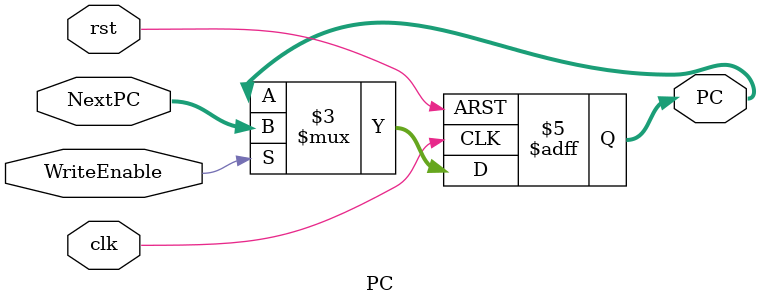
<source format=v>
module PC (
   // clk, rst, PCSel, Imm, PC, PCNew, Jump
   clk, rst, WriteEnable,
   NextPC, PC
   // clk, rst, PCSel, Jump, PCDist, Imm, PCNew, PC
);
   // input clk, rst, PCSel, Jump, PCDist;
   input clk, rst;
   input WriteEnable;
   input [31:0] NextPC;
   // Jump is a signal that is asserted when you want to jump to a new PC
   // If Jump is asserted: 
   //    PCDist = 1: jr
   //    PCDist = 0: j or jal
   // Else:
   //    PCSel = 1: branch
   //    PCSel = 0: no branch
   // input [31:0] Imm;
   // input [31:0] PCNew;
   output reg [31:0] PC;

   // wire  [31:0] NPC;
   // assign NPC = PC + 4;
   
   always @(posedge clk or posedge rst) begin
      if (rst) begin
         PC <= 32'h00003000;
      end else begin
         if (WriteEnable) begin
            PC <= NextPC;
         end else begin
            PC <= PC;
         end
//       end else begin
// //         NPC = PC + 4;
//          if (Jump) begin
//             if (PCDist) begin
//                PC = PCNew;
//             end else begin
//                PC = {NPC[31:28], PCNew[25:0], 2'b00};
//             end
//          end else if (PCSel) begin
//             PC = NPC + {Imm[29:0], 2'b00};
//          end else begin
//             PC = NPC;
//          end
      end
   end

   // mux2 #(.WIDTH(1)) (
   //    .d0(NPC), 
   //    .d1(NPC + {Imm[29:0], 2'b00}), 
   //    .s(PCSel), 
   //    .y(SelectedPC));
   // mux2 #(.WIDTH(1)) (
   //    .d0(SelectedPC),
   //    .d1({NPC[31:28], PCNew[25:0], 2'b00}),
   //    .s(Jump),
   //    .y(NPC);
   // );
endmodule

</source>
